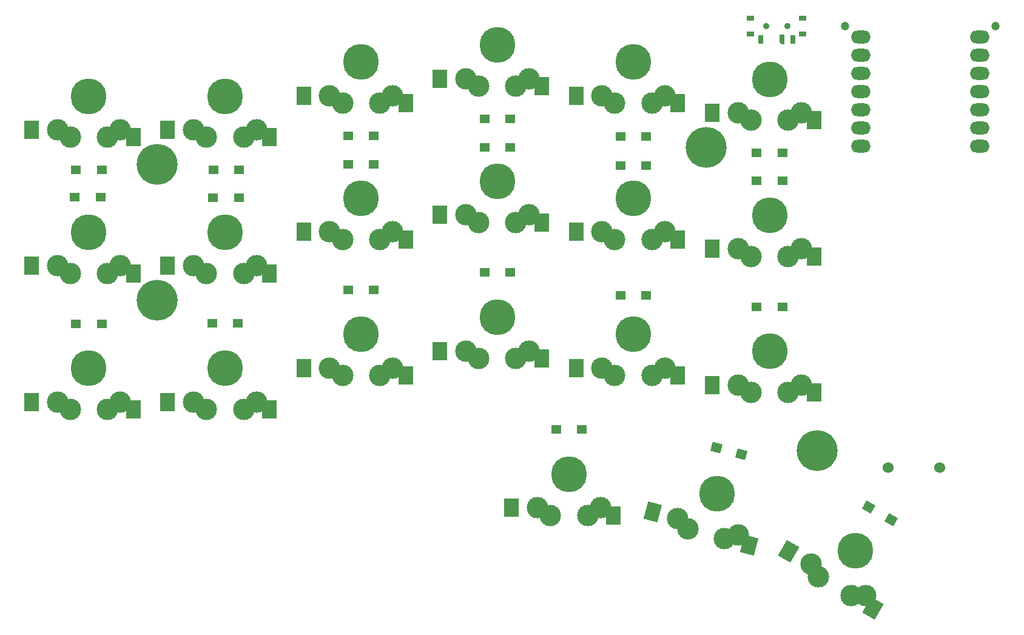
<source format=gbs>
%TF.GenerationSoftware,KiCad,Pcbnew,8.0.5*%
%TF.CreationDate,2024-10-09T13:19:01+03:00*%
%TF.ProjectId,1_3,315f332e-6b69-4636-9164-5f7063625858,rev?*%
%TF.SameCoordinates,Original*%
%TF.FileFunction,Soldermask,Bot*%
%TF.FilePolarity,Negative*%
%FSLAX46Y46*%
G04 Gerber Fmt 4.6, Leading zero omitted, Abs format (unit mm)*
G04 Created by KiCad (PCBNEW 8.0.5) date 2024-10-09 13:19:01*
%MOMM*%
%LPD*%
G01*
G04 APERTURE LIST*
G04 Aperture macros list*
%AMRotRect*
0 Rectangle, with rotation*
0 The origin of the aperture is its center*
0 $1 length*
0 $2 width*
0 $3 Rotation angle, in degrees counterclockwise*
0 Add horizontal line*
21,1,$1,$2,0,0,$3*%
%AMOutline5P*
0 Free polygon, 5 corners , with rotation*
0 The origin of the aperture is its center*
0 number of corners: always 5*
0 $1 to $10 corner X, Y*
0 $11 Rotation angle, in degrees counterclockwise*
0 create outline with 5 corners*
4,1,5,$1,$2,$3,$4,$5,$6,$7,$8,$9,$10,$1,$2,$11*%
%AMOutline6P*
0 Free polygon, 6 corners , with rotation*
0 The origin of the aperture is its center*
0 number of corners: always 6*
0 $1 to $12 corner X, Y*
0 $13 Rotation angle, in degrees counterclockwise*
0 create outline with 6 corners*
4,1,6,$1,$2,$3,$4,$5,$6,$7,$8,$9,$10,$11,$12,$1,$2,$13*%
%AMOutline7P*
0 Free polygon, 7 corners , with rotation*
0 The origin of the aperture is its center*
0 number of corners: always 7*
0 $1 to $14 corner X, Y*
0 $15 Rotation angle, in degrees counterclockwise*
0 create outline with 7 corners*
4,1,7,$1,$2,$3,$4,$5,$6,$7,$8,$9,$10,$11,$12,$13,$14,$1,$2,$15*%
%AMOutline8P*
0 Free polygon, 8 corners , with rotation*
0 The origin of the aperture is its center*
0 number of corners: always 8*
0 $1 to $16 corner X, Y*
0 $17 Rotation angle, in degrees counterclockwise*
0 create outline with 8 corners*
4,1,8,$1,$2,$3,$4,$5,$6,$7,$8,$9,$10,$11,$12,$13,$14,$15,$16,$1,$2,$17*%
G04 Aperture macros list end*
%ADD10C,3.000000*%
%ADD11C,5.000000*%
%ADD12RotRect,2.000000X2.500000X330.000000*%
%ADD13R,2.000000X2.500000*%
%ADD14C,5.700000*%
%ADD15RotRect,2.000000X2.500000X345.000000*%
%ADD16C,1.524000*%
%ADD17RotRect,1.425000X1.300000X165.000000*%
%ADD18R,1.425000X1.300000*%
%ADD19RotRect,1.425000X1.300000X150.000000*%
%ADD20O,2.750000X1.800000*%
%ADD21C,1.200000*%
%ADD22R,1.000000X0.800000*%
%ADD23C,0.900000*%
%ADD24R,0.700000X1.280000*%
%ADD25Outline5P,-0.350000X0.640000X0.350000X0.640000X0.350000X-0.640000X-0.070000X-0.640000X-0.350000X-0.360000X0.000000*%
G04 APERTURE END LIST*
D10*
X185316752Y-132289492D03*
X186350598Y-134098819D03*
D11*
X191477264Y-130419173D03*
D10*
X190853930Y-136698819D03*
X192937776Y-136689492D03*
D12*
X182199061Y-130489492D03*
X193971622Y-138498819D03*
D10*
X118100000Y-85940970D03*
X119900000Y-86990970D03*
D11*
X122500000Y-81240970D03*
D10*
X125100000Y-86990970D03*
X126900000Y-85940970D03*
D13*
X114500000Y-85940970D03*
X128700000Y-86990970D03*
D14*
X94000000Y-95490970D03*
X94000000Y-76490970D03*
D10*
X166668553Y-125924234D03*
X168135459Y-127404330D03*
D11*
X172135076Y-122523186D03*
D10*
X173158274Y-128750189D03*
X175168700Y-128201841D03*
D15*
X163191220Y-124992485D03*
X176635607Y-129681938D03*
D10*
X99100000Y-71690970D03*
X100900000Y-72740970D03*
D11*
X103500000Y-66990970D03*
D10*
X106100000Y-72740970D03*
X107900000Y-71690970D03*
D13*
X95500000Y-71690970D03*
X109700000Y-72740970D03*
D14*
X186182152Y-116463137D03*
D10*
X80100000Y-90690970D03*
X81900000Y-91740970D03*
D11*
X84500000Y-85990970D03*
D10*
X87100000Y-91740970D03*
X88900000Y-90690970D03*
D13*
X76500000Y-90690970D03*
X90700000Y-91740970D03*
D10*
X156100000Y-66940970D03*
X157900000Y-67990970D03*
D11*
X160500000Y-62240970D03*
D10*
X163100000Y-67990970D03*
X164900000Y-66940970D03*
D13*
X152500000Y-66940970D03*
X166700000Y-67990970D03*
D10*
X118100000Y-104940970D03*
X119900000Y-105990970D03*
D11*
X122500000Y-100240970D03*
D10*
X125100000Y-105990970D03*
X126900000Y-104940970D03*
D13*
X114500000Y-104940970D03*
X128700000Y-105990970D03*
D10*
X175100000Y-88315970D03*
X176900000Y-89365970D03*
D11*
X179500000Y-83615970D03*
D10*
X182100000Y-89365970D03*
X183900000Y-88315970D03*
D13*
X171500000Y-88315970D03*
X185700000Y-89365970D03*
D10*
X175100000Y-69315970D03*
X176900000Y-70365970D03*
D11*
X179500000Y-64615970D03*
D10*
X182100000Y-70365970D03*
X183900000Y-69315970D03*
D13*
X171500000Y-69315970D03*
X185700000Y-70365970D03*
D10*
X156100000Y-104940970D03*
X157900000Y-105990970D03*
D11*
X160500000Y-100240970D03*
D10*
X163100000Y-105990970D03*
X164900000Y-104940970D03*
D13*
X152500000Y-104940970D03*
X166700000Y-105990970D03*
D10*
X156100000Y-85940970D03*
X157900000Y-86990970D03*
D11*
X160500000Y-81240970D03*
D10*
X163100000Y-86990970D03*
X164900000Y-85940970D03*
D13*
X152500000Y-85940970D03*
X166700000Y-86990970D03*
D16*
X196044000Y-118806000D03*
X203244000Y-118806000D03*
D10*
X118100000Y-66940970D03*
X119900000Y-67990970D03*
D11*
X122500000Y-62240970D03*
D10*
X125100000Y-67990970D03*
X126900000Y-66940970D03*
D13*
X114500000Y-66940970D03*
X128700000Y-67990970D03*
D10*
X175100000Y-107315970D03*
X176900000Y-108365970D03*
D11*
X179500000Y-102615970D03*
D10*
X182100000Y-108365970D03*
X183900000Y-107315970D03*
D13*
X171500000Y-107315970D03*
X185700000Y-108365970D03*
D10*
X99100000Y-90690970D03*
X100900000Y-91740970D03*
D11*
X103500000Y-85990970D03*
D10*
X106100000Y-91740970D03*
X107900000Y-90690970D03*
D13*
X95500000Y-90690970D03*
X109700000Y-91740970D03*
D10*
X137100000Y-64565970D03*
X138900000Y-65615970D03*
D11*
X141500000Y-59865970D03*
D10*
X144100000Y-65615970D03*
X145900000Y-64565970D03*
D13*
X133500000Y-64565970D03*
X147700000Y-65615970D03*
D10*
X147100000Y-124440700D03*
X148900000Y-125490700D03*
D11*
X151500000Y-119740700D03*
D10*
X154100000Y-125490700D03*
X155900000Y-124440700D03*
D13*
X143500000Y-124440700D03*
X157700000Y-125490700D03*
D10*
X80100000Y-71690970D03*
X81900000Y-72740970D03*
D11*
X84500000Y-66990970D03*
D10*
X87100000Y-72740970D03*
X88900000Y-71690970D03*
D13*
X76500000Y-71690970D03*
X90700000Y-72740970D03*
D10*
X137100000Y-102565970D03*
X138900000Y-103615970D03*
D11*
X141500000Y-97865970D03*
D10*
X144100000Y-103615970D03*
X145900000Y-102565970D03*
D13*
X133500000Y-102565970D03*
X147700000Y-103615970D03*
D10*
X99100000Y-109690970D03*
X100900000Y-110740970D03*
D11*
X103500000Y-104990970D03*
D10*
X106100000Y-110740970D03*
X107900000Y-109690970D03*
D13*
X95500000Y-109690970D03*
X109700000Y-110740970D03*
D14*
X170659127Y-74112173D03*
D10*
X80100000Y-109690970D03*
X81900000Y-110740970D03*
D11*
X84500000Y-104990970D03*
D10*
X87100000Y-110740970D03*
X88900000Y-109690970D03*
D13*
X76500000Y-109690970D03*
X90700000Y-110740970D03*
D10*
X137100000Y-83565970D03*
X138900000Y-84615970D03*
D11*
X141500000Y-78865970D03*
D10*
X144100000Y-84615970D03*
X145900000Y-83565970D03*
D13*
X133500000Y-83565970D03*
X147700000Y-84615970D03*
D17*
X175526592Y-116962639D03*
X172073408Y-116037361D03*
D18*
X181287500Y-96400000D03*
X177712500Y-96400000D03*
D19*
X196448020Y-126093750D03*
X193351980Y-124306250D03*
D18*
X153287500Y-113500000D03*
X149712500Y-113500000D03*
X105487500Y-77300000D03*
X101912500Y-77300000D03*
X105419500Y-81197000D03*
X101844500Y-81197000D03*
X162287500Y-94800000D03*
X158712500Y-94800000D03*
X181287500Y-74900000D03*
X177712500Y-74900000D03*
X86115500Y-81070000D03*
X82540500Y-81070000D03*
X181287500Y-78800000D03*
X177712500Y-78800000D03*
X143287500Y-70200000D03*
X139712500Y-70200000D03*
X143287500Y-74100000D03*
X139712500Y-74100000D03*
D20*
X192205040Y-58696046D03*
X192205040Y-61236046D03*
X192205040Y-63776046D03*
X192205040Y-66316046D03*
X192205040Y-68856046D03*
X192205040Y-71396046D03*
X192205040Y-73936046D03*
X208794960Y-73936046D03*
X208794960Y-71396046D03*
X208794960Y-68856046D03*
X208794960Y-66316046D03*
X208794960Y-63776046D03*
X208794960Y-61236046D03*
X208794960Y-58696046D03*
D21*
X190000000Y-57216046D03*
X211000000Y-57216046D03*
D18*
X162287500Y-72600000D03*
X158712500Y-72600000D03*
X124287500Y-72500000D03*
X120712500Y-72500000D03*
X143287500Y-91600000D03*
X139712500Y-91600000D03*
X86287500Y-98800000D03*
X82712500Y-98800000D03*
X162287500Y-76700000D03*
X158712500Y-76700000D03*
D22*
X184150000Y-58300970D03*
X184150000Y-56080970D03*
D23*
X182000000Y-57190970D03*
X179000000Y-57190970D03*
D22*
X176850000Y-58300970D03*
X176850000Y-56080970D03*
D24*
X182750000Y-59060970D03*
D25*
X181250000Y-59060970D03*
D24*
X178250000Y-59060970D03*
D18*
X124287500Y-76500000D03*
X120712500Y-76500000D03*
X86287500Y-77260000D03*
X82712500Y-77260000D03*
X124287500Y-94000000D03*
X120712500Y-94000000D03*
X105287500Y-98700000D03*
X101712500Y-98700000D03*
M02*

</source>
